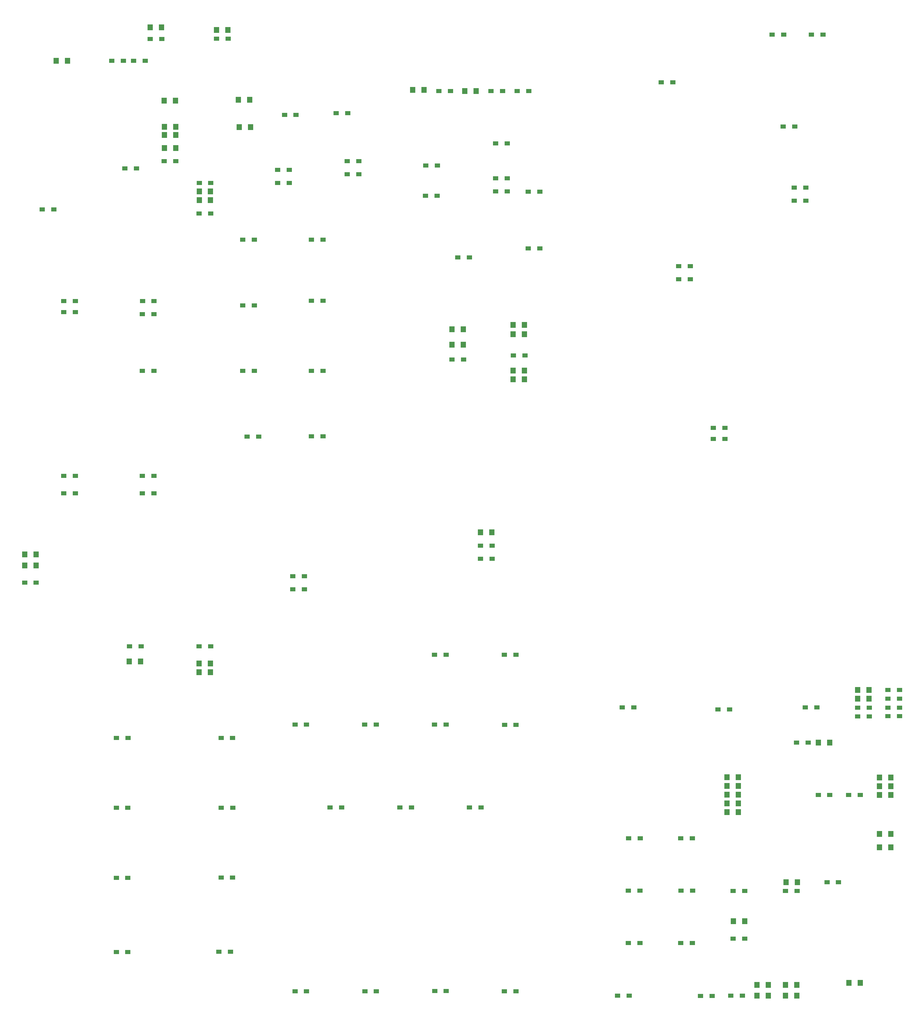
<source format=gbr>
%FSLAX34Y34*%
%MOMM*%
%LNSMDMASK_BOTTOM*%
G71*
G01*
%ADD10R,1.600X1.700*%
%ADD11R,1.500X1.150*%
%LPD*%
X738782Y-371277D02*
G54D10*
D03*
X771723Y-371277D02*
G54D10*
D03*
X741561Y-450652D02*
G54D10*
D03*
X774501Y-450652D02*
G54D10*
D03*
X523280Y-374055D02*
G54D10*
D03*
X556220Y-374055D02*
G54D10*
D03*
X523676Y-450255D02*
G54D10*
D03*
X556617Y-450255D02*
G54D10*
D03*
X523676Y-474067D02*
G54D10*
D03*
X556617Y-474067D02*
G54D10*
D03*
X523676Y-512167D02*
G54D10*
D03*
X556617Y-512167D02*
G54D10*
D03*
X625078Y-638374D02*
G54D10*
D03*
X658018Y-638374D02*
G54D10*
D03*
X625078Y-663774D02*
G54D10*
D03*
X658018Y-663774D02*
G54D10*
D03*
X208756Y-257770D02*
G54D10*
D03*
X241696Y-257770D02*
G54D10*
D03*
X482203Y-160536D02*
G54D10*
D03*
X515144Y-160536D02*
G54D10*
D03*
X675084Y-168077D02*
G54D10*
D03*
X708025Y-168077D02*
G54D10*
D03*
X1246187Y-342702D02*
G54D10*
D03*
X1279128Y-342702D02*
G54D10*
D03*
X1397396Y-345877D02*
G54D10*
D03*
X1430337Y-345877D02*
G54D10*
D03*
X1360488Y-1039218D02*
G54D10*
D03*
X1393428Y-1039218D02*
G54D10*
D03*
X1360488Y-1084461D02*
G54D10*
D03*
X1393428Y-1084461D02*
G54D10*
D03*
X1537890Y-1026518D02*
G54D10*
D03*
X1570831Y-1026518D02*
G54D10*
D03*
X1537890Y-1053902D02*
G54D10*
D03*
X1570831Y-1053902D02*
G54D10*
D03*
X1537890Y-1159868D02*
G54D10*
D03*
X1570831Y-1159868D02*
G54D10*
D03*
X1537890Y-1185268D02*
G54D10*
D03*
X1570831Y-1185268D02*
G54D10*
D03*
X1443037Y-1630164D02*
G54D10*
D03*
X1475978Y-1630164D02*
G54D10*
D03*
X117475Y-1694855D02*
G54D10*
D03*
X150416Y-1694855D02*
G54D10*
D03*
X117475Y-1727398D02*
G54D10*
D03*
X150416Y-1727398D02*
G54D10*
D03*
X421481Y-2006005D02*
G54D10*
D03*
X454422Y-2006005D02*
G54D10*
D03*
X624681Y-2012355D02*
G54D10*
D03*
X657622Y-2012355D02*
G54D10*
D03*
X624681Y-2037755D02*
G54D10*
D03*
X657622Y-2037755D02*
G54D10*
D03*
X2540794Y-2089546D02*
G54D10*
D03*
X2573734Y-2089546D02*
G54D10*
D03*
X2540794Y-2114952D02*
G54D10*
D03*
X2573734Y-2114952D02*
G54D10*
D03*
X2426494Y-2242344D02*
G54D10*
D03*
X2459434Y-2242344D02*
G54D10*
D03*
X2603896Y-2343944D02*
G54D10*
D03*
X2636837Y-2343944D02*
G54D10*
D03*
X2603896Y-2369352D02*
G54D10*
D03*
X2636837Y-2369352D02*
G54D10*
D03*
X2603896Y-2394760D02*
G54D10*
D03*
X2636837Y-2394760D02*
G54D10*
D03*
X2160190Y-2343546D02*
G54D10*
D03*
X2193131Y-2343546D02*
G54D10*
D03*
X2160190Y-2368756D02*
G54D10*
D03*
X2193131Y-2368756D02*
G54D10*
D03*
X2160190Y-2394164D02*
G54D10*
D03*
X2193131Y-2394164D02*
G54D10*
D03*
X2160190Y-2419572D02*
G54D10*
D03*
X2193131Y-2419572D02*
G54D10*
D03*
X2160190Y-2444583D02*
G54D10*
D03*
X2193131Y-2444583D02*
G54D10*
D03*
X2603896Y-2508876D02*
G54D10*
D03*
X2636837Y-2508876D02*
G54D10*
D03*
X2603896Y-2546988D02*
G54D10*
D03*
X2636837Y-2546988D02*
G54D10*
D03*
X2332434Y-2648986D02*
G54D10*
D03*
X2365374Y-2648986D02*
G54D10*
D03*
X2178844Y-2762492D02*
G54D10*
D03*
X2211784Y-2762492D02*
G54D10*
D03*
X2247900Y-2947832D02*
G54D10*
D03*
X2280840Y-2947832D02*
G54D10*
D03*
X2330862Y-2948031D02*
G54D10*
D03*
X2363802Y-2948031D02*
G54D10*
D03*
X2247900Y-2979196D02*
G54D10*
D03*
X2280840Y-2979196D02*
G54D10*
D03*
X2330862Y-2979394D02*
G54D10*
D03*
X2363802Y-2979394D02*
G54D10*
D03*
X2515012Y-2942078D02*
G54D10*
D03*
X2547952Y-2942078D02*
G54D10*
D03*
X2406253Y-182166D02*
G54D11*
D03*
X2439998Y-182166D02*
G54D11*
D03*
X2291953Y-181967D02*
G54D11*
D03*
X2325698Y-181967D02*
G54D11*
D03*
X675084Y-193874D02*
G54D11*
D03*
X708829Y-193874D02*
G54D11*
D03*
X482203Y-194270D02*
G54D11*
D03*
X515948Y-194270D02*
G54D11*
D03*
X370284Y-257770D02*
G54D11*
D03*
X404029Y-257770D02*
G54D11*
D03*
X433795Y-257770D02*
G54D11*
D03*
X467540Y-257770D02*
G54D11*
D03*
X873125Y-415330D02*
G54D11*
D03*
X906870Y-415330D02*
G54D11*
D03*
X1023540Y-410170D02*
G54D11*
D03*
X1057286Y-410170D02*
G54D11*
D03*
X1321990Y-345877D02*
G54D11*
D03*
X1355736Y-345877D02*
G54D11*
D03*
X1473994Y-345877D02*
G54D11*
D03*
X1507738Y-345877D02*
G54D11*
D03*
X1550194Y-345877D02*
G54D11*
D03*
X1583938Y-345877D02*
G54D11*
D03*
X1969293Y-321072D02*
G54D11*
D03*
X2003038Y-321072D02*
G54D11*
D03*
X2323702Y-449262D02*
G54D11*
D03*
X2357448Y-449262D02*
G54D11*
D03*
X2356246Y-627062D02*
G54D11*
D03*
X2389992Y-627062D02*
G54D11*
D03*
X2356246Y-665560D02*
G54D11*
D03*
X2389992Y-665560D02*
G54D11*
D03*
X1487090Y-498872D02*
G54D11*
D03*
X1520835Y-498872D02*
G54D11*
D03*
X1487090Y-600472D02*
G54D11*
D03*
X1520835Y-600472D02*
G54D11*
D03*
X1487090Y-638572D02*
G54D11*
D03*
X1520835Y-638572D02*
G54D11*
D03*
X1582538Y-638770D02*
G54D11*
D03*
X1616284Y-638770D02*
G54D11*
D03*
X1284088Y-562570D02*
G54D11*
D03*
X1317834Y-562570D02*
G54D11*
D03*
X1283692Y-651074D02*
G54D11*
D03*
X1317437Y-651074D02*
G54D11*
D03*
X1055886Y-550267D02*
G54D11*
D03*
X1089630Y-550267D02*
G54D11*
D03*
X1055886Y-587970D02*
G54D11*
D03*
X1089630Y-587970D02*
G54D11*
D03*
X853082Y-575270D02*
G54D11*
D03*
X886828Y-575270D02*
G54D11*
D03*
X853082Y-613370D02*
G54D11*
D03*
X886828Y-613370D02*
G54D11*
D03*
X625078Y-613370D02*
G54D11*
D03*
X658823Y-613370D02*
G54D11*
D03*
X624284Y-702270D02*
G54D11*
D03*
X658030Y-702270D02*
G54D11*
D03*
X522684Y-550267D02*
G54D11*
D03*
X556430Y-550267D02*
G54D11*
D03*
X408781Y-570905D02*
G54D11*
D03*
X442526Y-570905D02*
G54D11*
D03*
X168275Y-690364D02*
G54D11*
D03*
X202020Y-690364D02*
G54D11*
D03*
X751284Y-778868D02*
G54D11*
D03*
X785030Y-778868D02*
G54D11*
D03*
X951309Y-778868D02*
G54D11*
D03*
X985054Y-778868D02*
G54D11*
D03*
X2019696Y-855861D02*
G54D11*
D03*
X2053442Y-855861D02*
G54D11*
D03*
X2019696Y-893961D02*
G54D11*
D03*
X2053442Y-893961D02*
G54D11*
D03*
X1582340Y-804268D02*
G54D11*
D03*
X1616086Y-804268D02*
G54D11*
D03*
X1377156Y-830461D02*
G54D11*
D03*
X1410902Y-830461D02*
G54D11*
D03*
X951309Y-956668D02*
G54D11*
D03*
X985054Y-956668D02*
G54D11*
D03*
X751681Y-970161D02*
G54D11*
D03*
X785426Y-970161D02*
G54D11*
D03*
X459978Y-957064D02*
G54D11*
D03*
X493724Y-957064D02*
G54D11*
D03*
X459581Y-995164D02*
G54D11*
D03*
X493326Y-995164D02*
G54D11*
D03*
X230981Y-957461D02*
G54D11*
D03*
X264726Y-957461D02*
G54D11*
D03*
X230981Y-989608D02*
G54D11*
D03*
X264726Y-989608D02*
G54D11*
D03*
X459184Y-1160661D02*
G54D11*
D03*
X492930Y-1160661D02*
G54D11*
D03*
X751681Y-1160264D02*
G54D11*
D03*
X785426Y-1160264D02*
G54D11*
D03*
X951309Y-1160264D02*
G54D11*
D03*
X985054Y-1160264D02*
G54D11*
D03*
X1360487Y-1127720D02*
G54D11*
D03*
X1394233Y-1127720D02*
G54D11*
D03*
X1538684Y-1115814D02*
G54D11*
D03*
X1572430Y-1115814D02*
G54D11*
D03*
X2120503Y-1326555D02*
G54D11*
D03*
X2154248Y-1326555D02*
G54D11*
D03*
X2120503Y-1358305D02*
G54D11*
D03*
X2154248Y-1358305D02*
G54D11*
D03*
X1443434Y-1669058D02*
G54D11*
D03*
X1477179Y-1669058D02*
G54D11*
D03*
X1443434Y-1707555D02*
G54D11*
D03*
X1477179Y-1707555D02*
G54D11*
D03*
X951706Y-1351161D02*
G54D11*
D03*
X985451Y-1351161D02*
G54D11*
D03*
X764381Y-1351558D02*
G54D11*
D03*
X798126Y-1351558D02*
G54D11*
D03*
X459581Y-1465858D02*
G54D11*
D03*
X493326Y-1465858D02*
G54D11*
D03*
X459581Y-1516658D02*
G54D11*
D03*
X493326Y-1516658D02*
G54D11*
D03*
X230584Y-1466255D02*
G54D11*
D03*
X264329Y-1466255D02*
G54D11*
D03*
X230584Y-1517055D02*
G54D11*
D03*
X264329Y-1517055D02*
G54D11*
D03*
X117078Y-1776611D02*
G54D11*
D03*
X150823Y-1776611D02*
G54D11*
D03*
X422274Y-1961952D02*
G54D11*
D03*
X456020Y-1961952D02*
G54D11*
D03*
X624681Y-1961952D02*
G54D11*
D03*
X658426Y-1961952D02*
G54D11*
D03*
X897334Y-1757958D02*
G54D11*
D03*
X931079Y-1757958D02*
G54D11*
D03*
X897334Y-1796455D02*
G54D11*
D03*
X931079Y-1796455D02*
G54D11*
D03*
X1309687Y-1986558D02*
G54D11*
D03*
X1343432Y-1986558D02*
G54D11*
D03*
X1512887Y-1986955D02*
G54D11*
D03*
X1546632Y-1986955D02*
G54D11*
D03*
X1855390Y-2139950D02*
G54D11*
D03*
X1889136Y-2139950D02*
G54D11*
D03*
X2133996Y-2146300D02*
G54D11*
D03*
X2167742Y-2146300D02*
G54D11*
D03*
X2387996Y-2140346D02*
G54D11*
D03*
X2421741Y-2140346D02*
G54D11*
D03*
X2540793Y-2140744D02*
G54D11*
D03*
X2574538Y-2140744D02*
G54D11*
D03*
X2540793Y-2166548D02*
G54D11*
D03*
X2574538Y-2166548D02*
G54D11*
D03*
X2628502Y-2089555D02*
G54D11*
D03*
X2662248Y-2089555D02*
G54D11*
D03*
X2628502Y-2114960D02*
G54D11*
D03*
X2662248Y-2114960D02*
G54D11*
D03*
X2628502Y-2140764D02*
G54D11*
D03*
X2662248Y-2140764D02*
G54D11*
D03*
X2628502Y-2165974D02*
G54D11*
D03*
X2662248Y-2165974D02*
G54D11*
D03*
X2362993Y-2242352D02*
G54D11*
D03*
X2396738Y-2242352D02*
G54D11*
D03*
X2425898Y-2394752D02*
G54D11*
D03*
X2459642Y-2394752D02*
G54D11*
D03*
X2514400Y-2394752D02*
G54D11*
D03*
X2548145Y-2394752D02*
G54D11*
D03*
X2451298Y-2649347D02*
G54D11*
D03*
X2485042Y-2649347D02*
G54D11*
D03*
X2330648Y-2674350D02*
G54D11*
D03*
X2364392Y-2674350D02*
G54D11*
D03*
X2178248Y-2674350D02*
G54D11*
D03*
X2211992Y-2674350D02*
G54D11*
D03*
X2178446Y-2813652D02*
G54D11*
D03*
X2212190Y-2813652D02*
G54D11*
D03*
X2171698Y-2979546D02*
G54D11*
D03*
X2205444Y-2979546D02*
G54D11*
D03*
X2083195Y-2979943D02*
G54D11*
D03*
X2116940Y-2979943D02*
G54D11*
D03*
X1842292Y-2979149D02*
G54D11*
D03*
X1876037Y-2979149D02*
G54D11*
D03*
X2026045Y-2826352D02*
G54D11*
D03*
X2059791Y-2826352D02*
G54D11*
D03*
X1873645Y-2825956D02*
G54D11*
D03*
X1907391Y-2825956D02*
G54D11*
D03*
X2026442Y-2673952D02*
G54D11*
D03*
X2060184Y-2673952D02*
G54D11*
D03*
X1873645Y-2673952D02*
G54D11*
D03*
X1907387Y-2673952D02*
G54D11*
D03*
X2026045Y-2521156D02*
G54D11*
D03*
X2059785Y-2521156D02*
G54D11*
D03*
X1874439Y-2521156D02*
G54D11*
D03*
X1908179Y-2521156D02*
G54D11*
D03*
X1513282Y-2190558D02*
G54D11*
D03*
X1547022Y-2190558D02*
G54D11*
D03*
X1309686Y-2190162D02*
G54D11*
D03*
X1343426Y-2190162D02*
G54D11*
D03*
X1106486Y-2190162D02*
G54D11*
D03*
X1140226Y-2190162D02*
G54D11*
D03*
X903682Y-2190162D02*
G54D11*
D03*
X937422Y-2190162D02*
G54D11*
D03*
X688576Y-2228658D02*
G54D11*
D03*
X722316Y-2228658D02*
G54D11*
D03*
X384173Y-2228658D02*
G54D11*
D03*
X417913Y-2228658D02*
G54D11*
D03*
X383776Y-2432256D02*
G54D11*
D03*
X417516Y-2432256D02*
G54D11*
D03*
X688973Y-2432256D02*
G54D11*
D03*
X722713Y-2432256D02*
G54D11*
D03*
X383776Y-2636646D02*
G54D11*
D03*
X417516Y-2636646D02*
G54D11*
D03*
X688576Y-2635852D02*
G54D11*
D03*
X722316Y-2635852D02*
G54D11*
D03*
X383776Y-2852149D02*
G54D11*
D03*
X417516Y-2852149D02*
G54D11*
D03*
X682226Y-2851355D02*
G54D11*
D03*
X715966Y-2851355D02*
G54D11*
D03*
X903682Y-2966648D02*
G54D11*
D03*
X937422Y-2966648D02*
G54D11*
D03*
X1005481Y-2431660D02*
G54D11*
D03*
X1039221Y-2431660D02*
G54D11*
D03*
X1208681Y-2431660D02*
G54D11*
D03*
X1242421Y-2431660D02*
G54D11*
D03*
X1411087Y-2431263D02*
G54D11*
D03*
X1444827Y-2431263D02*
G54D11*
D03*
X1106882Y-2966449D02*
G54D11*
D03*
X1140622Y-2966449D02*
G54D11*
D03*
X1310082Y-2966052D02*
G54D11*
D03*
X1343822Y-2966052D02*
G54D11*
D03*
X1512489Y-2966449D02*
G54D11*
D03*
X1546229Y-2966449D02*
G54D11*
D03*
M02*

</source>
